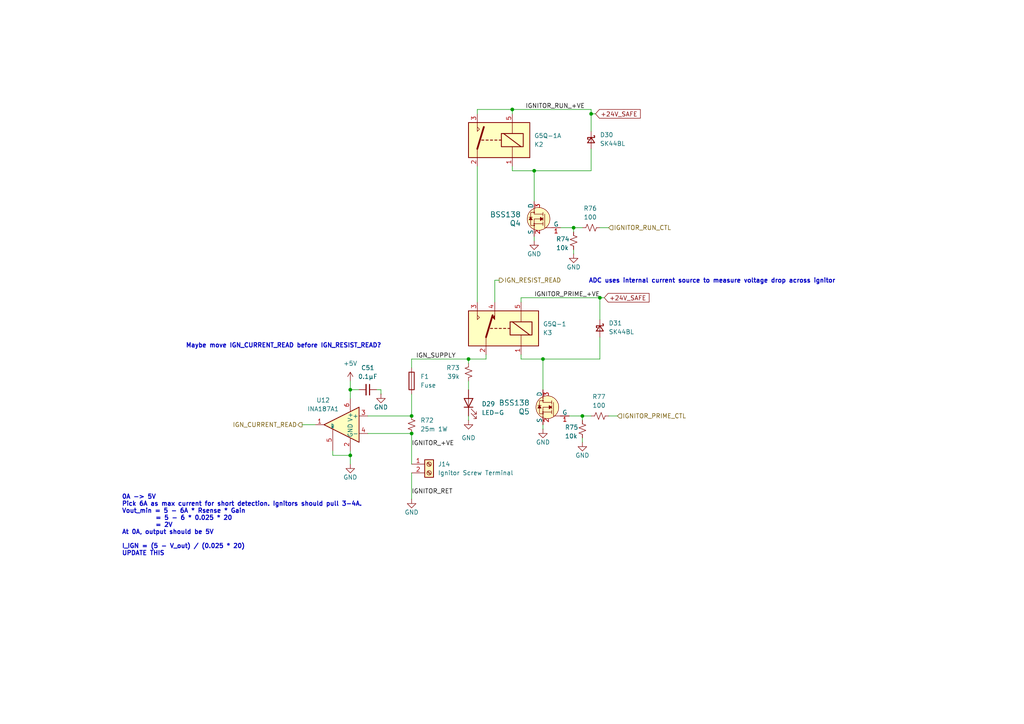
<source format=kicad_sch>
(kicad_sch (version 20250114) (generator "eeschema") (generator_version "9.0")
  (paper "A4")
  (title_block (title "Ignitor Control") (rev "1.0.0") (company "Queen's Rocket Engineering Team"))
  (lib_symbols
    (symbol "Amplifier_Current:INA199xxDCK" (pin_names (offset 0.127))
      (property "Reference" "U8" (at 12.7 6.4202 0))
      (property "Value" "INA187A3" (at 12.7 3.8802 0))
      (symbol "INA199xxDCK_0_1"
        (polyline (pts (xy 5.08 0) (xy -5.08 5.08) (xy -5.08 -5.08) (xy 5.08 0)) (stroke (width 0.254)) (fill (type background)))
      )
      (symbol "INA199xxDCK_1_1"
        (pin input line (at -7.62 2.54 0) (length 2.54) (name "+") (number "3"))
        (pin input line (at -7.62 -2.54 0) (length 2.54) (name "-") (number "4"))
        (pin power_in line (at -2.54 7.62 270) (length 3.81) (name "V+") (number "6"))
        (pin power_in line (at -2.54 -7.62 90) (length 3.81) (name "GND") (number "2"))
        (pin input line (at 2.54 -7.62 90) (length 6.35) (name "REF") (number "5"))
        (pin output line (at 7.62 0 180) (length 2.54) (name "~") (number "1"))
      )
    )
    (symbol "Connector:Screw_Terminal_01x02" (pin_names (offset 1.016) (hide yes))
      (property "Reference" "J" (at 0 2.54 0))
      (property "Value" "Screw_Terminal_01x02" (at 0 -5.08 0))
      (symbol "Screw_Terminal_01x02_1_1"
        (rectangle (start -1.27 1.27) (end 1.27 -3.81) (stroke (width 0.254)) (fill (type background)))
        (polyline (pts (xy -0.5334 0.3302) (xy 0.3302 -0.508)) (stroke (width 0.1524)))
        (polyline (pts (xy -0.5334 -2.2098) (xy 0.3302 -3.048)) (stroke (width 0.1524)))
        (polyline (pts (xy -0.3556 0.508) (xy 0.508 -0.3302)) (stroke (width 0.1524)))
        (polyline (pts (xy -0.3556 -2.032) (xy 0.508 -2.8702)) (stroke (width 0.1524)))
        (circle (center 0 0) (radius 0.635) (stroke (width 0.1524)))
        (circle (center 0 -2.54) (radius 0.635) (stroke (width 0.1524)))
        (pin passive line (at -5.08 0 0) (length 3.81) (name "Pin_1") (number "1"))
        (pin passive line (at -5.08 -2.54 0) (length 3.81) (name "Pin_2") (number "2"))
      )
    )
    (symbol "Device:C_Small" (pin_numbers (hide yes)) (pin_names (offset 0.254) (hide yes))
      (property "Reference" "C" (at 0.254 1.778 0))
      (property "Value" "C_Small" (at 0.254 -2.032 0))
      (symbol "C_Small_0_1"
        (polyline (pts (xy -1.524 0.508) (xy 1.524 0.508)) (stroke (width 0.3048)))
        (polyline (pts (xy -1.524 -0.508) (xy 1.524 -0.508)) (stroke (width 0.3302)))
      )
      (symbol "C_Small_1_1"
        (pin passive line (at 0 2.54 270) (length 2.032) (name "~") (number "1"))
        (pin passive line (at 0 -2.54 90) (length 2.032) (name "~") (number "2"))
      )
    )
    (symbol "Device:D_Schottky_Small" (pin_numbers (hide yes)) (pin_names (offset 0.254) (hide yes))
      (property "Reference" "D" (at -1.27 2.032 0))
      (property "Value" "D_Schottky_Small" (at -7.112 -2.032 0))
      (symbol "D_Schottky_Small_0_1"
        (polyline (pts (xy -1.27 0.762) (xy -1.27 1.016) (xy -0.762 1.016) (xy -0.762 -1.016) (xy -0.254 -1.016) (xy -0.254 -0.762)) (stroke (width 0.254)))
        (polyline (pts (xy -0.762 0) (xy 0.762 0)))
        (polyline (pts (xy 0.762 -1.016) (xy -0.762 0) (xy 0.762 1.016) (xy 0.762 -1.016)) (stroke (width 0.254)))
      )
      (symbol "D_Schottky_Small_1_1"
        (pin passive line (at -2.54 0 0) (length 1.778) (name "K") (number "1"))
        (pin passive line (at 2.54 0 180) (length 1.778) (name "A") (number "2"))
      )
    )
    (symbol "Device:Fuse" (pin_numbers (hide yes)) (pin_names (offset 0))
      (property "Reference" "F" (at 2.032 0 90))
      (property "Value" "Fuse" (at -1.905 0 90))
      (symbol "Fuse_0_1"
        (rectangle (start -0.762 -2.54) (end 0.762 2.54) (stroke (width 0.254)))
        (polyline (pts (xy 0 2.54) (xy 0 -2.54)))
      )
      (symbol "Fuse_1_1"
        (pin passive line (at 0 3.81 270) (length 1.27) (name "~") (number "1"))
        (pin passive line (at 0 -3.81 90) (length 1.27) (name "~") (number "2"))
      )
    )
    (symbol "Device:LED" (pin_numbers (hide yes)) (pin_names (offset 1.016) (hide yes))
      (property "Reference" "D" (at 0 2.54 0))
      (property "Value" "LED" (at 0 -2.54 0))
      (symbol "LED_0_1"
        (polyline (pts (xy -3.048 -0.762) (xy -4.572 -2.286) (xy -3.81 -2.286) (xy -4.572 -2.286) (xy -4.572 -1.524)))
        (polyline (pts (xy -1.778 -0.762) (xy -3.302 -2.286) (xy -2.54 -2.286) (xy -3.302 -2.286) (xy -3.302 -1.524)))
        (polyline (pts (xy -1.27 0) (xy 1.27 0)))
        (polyline (pts (xy -1.27 -1.27) (xy -1.27 1.27)) (stroke (width 0.254)))
        (polyline (pts (xy 1.27 -1.27) (xy 1.27 1.27) (xy -1.27 0) (xy 1.27 -1.27)) (stroke (width 0.254)))
      )
      (symbol "LED_1_1"
        (pin passive line (at -3.81 0 0) (length 2.54) (name "K") (number "1"))
        (pin passive line (at 3.81 0 180) (length 2.54) (name "A") (number "2"))
      )
    )
    (symbol "Device:R_Small_US" (pin_numbers (hide yes)) (pin_names (offset 0.254) (hide yes))
      (property "Reference" "R" (at 0.762 0.508 0))
      (property "Value" "R_Small_US" (at 0.762 -1.016 0))
      (symbol "R_Small_US_1_1"
        (polyline (pts (xy 0 1.524) (xy 1.016 1.143) (xy 0 0.762) (xy -1.016 0.381) (xy 0 0)))
        (polyline (pts (xy 0 0) (xy 1.016 -0.381) (xy 0 -0.762) (xy -1.016 -1.143) (xy 0 -1.524)))
        (pin passive line (at 0 2.54 270) (length 1.016) (name "~") (number "1"))
        (pin passive line (at 0 -2.54 90) (length 1.016) (name "~") (number "2"))
      )
    )
    (symbol "Relay:G5Q-1"
      (property "Reference" "K" (at 11.43 3.81 0))
      (property "Value" "G5Q-1" (at 11.43 1.27 0))
      (symbol "G5Q-1_0_0"
        (polyline (pts (xy 7.62 5.08) (xy 7.62 2.54) (xy 6.985 3.175) (xy 7.62 3.81)))
      )
      (symbol "G5Q-1_0_1"
        (rectangle (start -10.16 5.08) (end 10.16 -5.08) (stroke (width 0.254)) (fill (type background)))
        (rectangle (start -8.255 1.905) (end -1.905 -1.905) (stroke (width 0.254)))
        (polyline (pts (xy -7.62 -1.905) (xy -2.54 1.905)) (stroke (width 0.254)))
        (polyline (pts (xy -5.08 5.08) (xy -5.08 1.905)))
        (polyline (pts (xy -5.08 -5.08) (xy -5.08 -1.905)))
        (polyline (pts (xy -1.905 0) (xy -1.27 0)) (stroke (width 0.254)))
        (polyline (pts (xy -0.635 0) (xy 0 0)) (stroke (width 0.254)))
        (polyline (pts (xy 0.635 0) (xy 1.27 0)) (stroke (width 0.254)))
        (polyline (pts (xy 1.905 0) (xy 2.54 0)) (stroke (width 0.254)))
        (polyline (pts (xy 2.54 5.08) (xy 2.54 2.54) (xy 3.175 3.175) (xy 2.54 3.81)) (fill (type outline)))
        (polyline (pts (xy 3.175 0) (xy 3.81 0)) (stroke (width 0.254)))
        (polyline (pts (xy 5.08 -2.54) (xy 3.175 3.81)) (stroke (width 0.508)))
        (polyline (pts (xy 5.08 -2.54) (xy 5.08 -5.08)))
      )
      (symbol "G5Q-1_1_1"
        (pin passive line (at -5.08 7.62 270) (length 2.54) (name "~") (number "5"))
        (pin passive line (at -5.08 -7.62 90) (length 2.54) (name "~") (number "1"))
        (pin passive line (at 2.54 7.62 270) (length 2.54) (name "~") (number "4"))
        (pin passive line (at 5.08 -7.62 90) (length 2.54) (name "~") (number "2"))
        (pin passive line (at 7.62 7.62 270) (length 2.54) (name "~") (number "3"))
      )
    )
    (symbol "Relay:G5Q-1A"
      (property "Reference" "K" (at 8.89 3.81 0))
      (property "Value" "G5Q-1A" (at 8.89 1.27 0))
      (symbol "G5Q-1A_0_0"
        (polyline (pts (xy 5.08 5.08) (xy 5.08 2.54) (xy 4.445 3.175) (xy 5.08 3.81)))
      )
      (symbol "G5Q-1A_0_1"
        (rectangle (start -10.16 5.08) (end 7.62 -5.08) (stroke (width 0.254)) (fill (type background)))
        (rectangle (start -8.255 1.905) (end -1.905 -1.905) (stroke (width 0.254)))
        (polyline (pts (xy -7.62 -1.905) (xy -2.54 1.905)) (stroke (width 0.254)))
        (polyline (pts (xy -5.08 5.08) (xy -5.08 1.905)))
        (polyline (pts (xy -5.08 -5.08) (xy -5.08 -1.905)))
        (polyline (pts (xy -1.905 0) (xy -1.27 0)) (stroke (width 0.254)))
        (polyline (pts (xy -0.635 0) (xy 0 0)) (stroke (width 0.254)))
        (polyline (pts (xy 0.635 0) (xy 1.27 0)) (stroke (width 0.254)))
        (polyline (pts (xy 1.905 0) (xy 2.54 0)) (stroke (width 0.254)))
        (polyline (pts (xy 3.175 0) (xy 3.81 0)) (stroke (width 0.254)))
        (polyline (pts (xy 5.08 -2.54) (xy 3.175 3.81)) (stroke (width 0.508)))
        (polyline (pts (xy 5.08 -2.54) (xy 5.08 -5.08)))
      )
      (symbol "G5Q-1A_1_1"
        (pin passive line (at -5.08 7.62 270) (length 2.54) (name "~") (number "5"))
        (pin passive line (at -5.08 -7.62 90) (length 2.54) (name "~") (number "1"))
        (pin passive line (at 5.08 7.62 270) (length 2.54) (name "~") (number "3"))
        (pin passive line (at 5.08 -7.62 90) (length 2.54) (name "~") (number "2"))
      )
    )
    (symbol "dk_Transistors-FETs-MOSFETs-Single:BSS138" (pin_names (offset 0))
      (property "Reference" "Q" (at -2.6924 3.6322 0))
      (property "Value" "BSS138" (at 3.4544 0 90))
      (symbol "BSS138_0_1"
        (polyline (pts (xy -5.08 -2.54) (xy -3.048 -2.54) (xy -3.048 1.397)))
        (circle (center -1.27 0) (radius 3.302) (fill (type background)))
        (polyline (pts (xy -0.127 -1.905) (xy 1.016 -1.905) (xy 1.016 1.397) (xy 1.016 1.905) (xy -0.127 1.905)))
        (polyline (pts (xy 0 2.54) (xy 0 1.397) (xy -2.54 1.397)))
        (circle (center 0 1.905) (radius 0.127))
        (polyline (pts (xy 0 -1.397) (xy -2.54 -1.397)))
        (circle (center 0 -1.397) (radius 0.127))
        (circle (center 0 -1.905) (radius 0.127))
        (polyline (pts (xy 0 -2.54) (xy 0 0) (xy -2.54 0)))
      )
      (symbol "BSS138_1_1"
        (polyline (pts (xy -2.54 1.905) (xy -2.54 0.889)))
        (polyline (pts (xy -2.54 0) (xy -2.54 0.508)))
        (polyline (pts (xy -2.54 0) (xy -2.54 -0.508)))
        (polyline (pts (xy -2.54 0) (xy -1.778 0.508) (xy -1.778 -0.508) (xy -2.54 0)) (fill (type outline)))
        (polyline (pts (xy -2.54 -1.397) (xy -2.54 -0.889)))
        (polyline (pts (xy -2.54 -1.397) (xy -2.54 -1.905)))
        (polyline (pts (xy 1.016 0.508) (xy 0.508 -0.254) (xy 1.524 -0.254) (xy 1.016 0.508)) (fill (type outline)))
        (polyline (pts (xy 1.524 0.508) (xy 0.508 0.508)))
        (pin bidirectional line (at -7.62 -2.54 0) (length 2.54) (name "G") (number "1"))
        (pin bidirectional line (at 0 5.08 270) (length 2.54) (name "D") (number "3"))
        (pin bidirectional line (at 0 -5.08 90) (length 2.54) (name "S") (number "2"))
      )
    )
    (symbol "power:+5V" (power) (pin_numbers (hide yes)) (pin_names (offset 0) (hide yes))
      (property "Value" "+5V" (at 0 3.556 0))
      (symbol "+5V_0_1"
        (polyline (pts (xy -0.762 1.27) (xy 0 2.54)))
        (polyline (pts (xy 0 2.54) (xy 0.762 1.27)))
        (polyline (pts (xy 0 0) (xy 0 2.54)))
      )
      (symbol "+5V_1_1"
        (pin power_in line (at 0 0 90) (length 0) (name "~") (number "1"))
      )
    )
    (symbol "power:GND" (power) (pin_numbers (hide yes)) (pin_names (offset 0) (hide yes))
      (property "Value" "GND" (at 0 -3.81 0))
      (symbol "GND_0_1"
        (polyline (pts (xy 0 0) (xy 0 -1.27) (xy 1.27 -1.27) (xy 0 -2.54) (xy -1.27 -1.27) (xy 0 -1.27)))
      )
      (symbol "GND_1_1"
        (pin power_in line (at 0 0 270) (length 0) (name "~") (number "1"))
      )
    )
  )
  (text "0A -> 5V\nPick 6A as max current for short detection. Ignitors should pull 3-4A.\nVout_min = 5 - 6A * Rsense * Gain\n          = 5 - 6 * 0.025 * 20\n          = 2V\nAt 0A, output should be 5V\n\nI_IGN = (5 - V_out) / (0.025 * 20)\nUPDATE THIS" (at 35.306 152.4 0) (effects (font (size 1.27 1.27) (thickness 0.254) (bold yes)) (justify left)))
  (text "Maybe move IGN_CURRENT_READ before IGN_RESIST_READ?" (at 53.848 100.33 0) (effects (font (size 1.27 1.27) (thickness 0.254) (bold yes)) (justify left)))
  (text "ADC uses internal current source to measure voltage drop across ignitor" (at 170.688 81.534 0) (effects (font (size 1.27 1.27) (thickness 0.254) (bold yes)) (justify left)))
  (junction (at 157.48 104.14))
  (junction (at 171.45 33.02))
  (junction (at 168.91 120.65))
  (junction (at 135.89 104.14))
  (junction (at 101.6 132.08))
  (junction (at 173.99 86.36))
  (junction (at 166.37 66.04))
  (junction (at 119.38 125.73))
  (junction (at 148.59 31.75))
  (junction (at 119.38 120.65))
  (junction (at 101.6 113.03))
  (junction (at 154.94 49.53))
  (wire (pts (xy 154.94 49.53) (xy 154.94 58.42)))
  (wire (pts (xy 171.45 33.02) (xy 171.45 38.1)))
  (wire (pts (xy 96.52 132.08) (xy 101.6 132.08)))
  (wire (pts (xy 101.6 113.03) (xy 101.6 115.57)))
  (wire (pts (xy 173.99 66.04) (xy 176.53 66.04)))
  (wire (pts (xy 148.59 49.53) (xy 154.94 49.53)))
  (wire (pts (xy 168.91 120.65) (xy 171.45 120.65)))
  (wire (pts (xy 157.48 123.19) (xy 157.48 124.46)))
  (wire (pts (xy 140.97 104.14) (xy 140.97 102.87)))
  (wire (pts (xy 96.52 132.08) (xy 96.52 130.81)))
  (wire (pts (xy 119.38 104.14) (xy 135.89 104.14)))
  (wire (pts (xy 104.14 113.03) (xy 101.6 113.03)))
  (wire (pts (xy 109.22 113.03) (xy 110.49 113.03)))
  (wire (pts (xy 166.37 66.04) (xy 166.37 67.31)))
  (wire (pts (xy 106.68 120.65) (xy 119.38 120.65)))
  (wire (pts (xy 119.38 125.73) (xy 119.38 134.62)))
  (wire (pts (xy 119.38 114.3) (xy 119.38 120.65)))
  (wire (pts (xy 166.37 73.66) (xy 166.37 72.39)))
  (wire (pts (xy 172.72 33.02) (xy 171.45 33.02)))
  (wire (pts (xy 157.48 104.14) (xy 173.99 104.14)))
  (wire (pts (xy 148.59 49.53) (xy 148.59 48.26)))
  (wire (pts (xy 101.6 110.49) (xy 101.6 113.03)))
  (wire (pts (xy 110.49 113.03) (xy 110.49 114.3)))
  (wire (pts (xy 173.99 97.79) (xy 173.99 104.14)))
  (wire (pts (xy 87.63 123.19) (xy 91.44 123.19)))
  (wire (pts (xy 151.13 104.14) (xy 151.13 102.87)))
  (wire (pts (xy 171.45 31.75) (xy 171.45 33.02)))
  (wire (pts (xy 119.38 106.68) (xy 119.38 104.14)))
  (wire (pts (xy 173.99 86.36) (xy 173.99 92.71)))
  (wire (pts (xy 135.89 110.49) (xy 135.89 113.03)))
  (wire (pts (xy 138.43 33.02) (xy 138.43 31.75)))
  (wire (pts (xy 144.78 81.28) (xy 143.51 81.28)))
  (wire (pts (xy 168.91 120.65) (xy 168.91 121.92)))
  (wire (pts (xy 176.53 120.65) (xy 179.07 120.65)))
  (wire (pts (xy 148.59 31.75) (xy 171.45 31.75)))
  (wire (pts (xy 151.13 86.36) (xy 151.13 87.63)))
  (wire (pts (xy 154.94 49.53) (xy 171.45 49.53)))
  (wire (pts (xy 151.13 86.36) (xy 173.99 86.36)))
  (wire (pts (xy 138.43 31.75) (xy 148.59 31.75)))
  (wire (pts (xy 106.68 125.73) (xy 119.38 125.73)))
  (wire (pts (xy 135.89 120.65) (xy 135.89 121.92)))
  (wire (pts (xy 135.89 104.14) (xy 140.97 104.14)))
  (wire (pts (xy 119.38 137.16) (xy 119.38 144.78)))
  (wire (pts (xy 171.45 43.18) (xy 171.45 49.53)))
  (wire (pts (xy 157.48 104.14) (xy 157.48 113.03)))
  (wire (pts (xy 101.6 130.81) (xy 101.6 132.08)))
  (wire (pts (xy 135.89 104.14) (xy 135.89 105.41)))
  (wire (pts (xy 138.43 48.26) (xy 138.43 87.63)))
  (wire (pts (xy 165.1 120.65) (xy 168.91 120.65)))
  (wire (pts (xy 166.37 66.04) (xy 168.91 66.04)))
  (wire (pts (xy 175.26 86.36) (xy 173.99 86.36)))
  (wire (pts (xy 151.13 104.14) (xy 157.48 104.14)))
  (wire (pts (xy 168.91 128.27) (xy 168.91 127)))
  (wire (pts (xy 148.59 31.75) (xy 148.59 33.02)))
  (wire (pts (xy 101.6 132.08) (xy 101.6 134.62)))
  (wire (pts (xy 143.51 81.28) (xy 143.51 87.63)))
  (wire (pts (xy 154.94 68.58) (xy 154.94 69.85)))
  (wire (pts (xy 162.56 66.04) (xy 166.37 66.04)))
  (label "IGNITOR_PRIME_+VE" (at 154.94 86.36 0))
  (label "IGNITOR_+VE" (at 119.38 129.54 0))
  (label "IGN_SUPPLY" (at 120.65 104.14 0))
  (label "IGNITOR_RUN_+VE" (at 152.4 31.75 0))
  (label "IGNITOR_RET" (at 119.38 143.51 0))
  (global_label "+24V_SAFE" (shape input) (at 175.26 86.36 0) (property "Intersheetrefs" "${INTERSHEET_REFS}" (effects (hide yes))))
  (global_label "+24V_SAFE" (shape input) (at 172.72 33.02 0) (property "Intersheetrefs" "${INTERSHEET_REFS}" (effects (hide yes))))
  (hierarchical_label "IGN_CURRENT_READ" (shape output) (at 87.63 123.19 180))
  (hierarchical_label "IGNITOR_PRIME_CTL" (shape input) (at 179.07 120.65 0))
  (hierarchical_label "IGNITOR_RUN_CTL" (shape input) (at 176.53 66.04 0))
  (hierarchical_label "IGN_RESIST_READ" (shape output) (at 144.78 81.28 0))
  (symbol (lib_id "Device:LED") (at 135.89 116.84 90) (unit 1)
    (property "Reference" "D29" (at 139.7 117.1574 90) (effects (justify right)))
    (property "Value" "LED-G" (at 139.7 119.6974 90) (effects (justify right)))
    (property "Footprint" "LED_SMD:LED_0805_2012Metric" (effects (hide yes)))
    (property "Description" "Light emitting diode" (effects (hide yes)))
    (property "Sim.Pins" "1=K 2=A" (effects (hide yes)))
    (property "LCSC" "C2297" (effects (hide yes)))
  )
  (symbol (lib_id "power:+5V") (at 101.6 110.49 0) (unit 1)
    (property "Reference" "#PWR0161" (effects (hide yes)))
    (property "Value" "+5V" (at 101.6 105.41 0))
    (property "Description" "Power symbol creates a global label with name \"+5V\"" (effects (hide yes)))
  )
  (symbol (lib_id "Relay:G5Q-1A") (at 143.51 40.64 0) (mirror y) (unit 1)
    (property "Reference" "K2" (at 154.94 41.9101 0) (effects (justify right)))
    (property "Value" "G5Q-1A" (at 154.94 39.3701 0) (effects (justify right)))
    (property "Footprint" "Relay_THT:Relay_SPST_Omron-G5Q-1A" (effects (hide yes)))
    (property "Datasheet" "https://www.omron.com/ecb/products/pdf/en-g5q.pdf" (effects (hide yes)))
    (property "Description" "Omron G5Q relay, Miniature Single Pole, SPST-NO, 10A" (effects (hide yes)))
  )
  (symbol (lib_id "Device:R_Small_US") (at 119.38 123.19 0) (unit 1)
    (property "Reference" "R72" (at 121.92 121.9199 0) (effects (justify left)))
    (property "Value" "25m 1W" (at 121.92 124.4599 0) (effects (justify left)))
    (property "Footprint" "Resistor_SMD:R_1206_3216Metric" (effects (hide yes)))
    (property "Description" "Sense resistor for 6A max ignitor current. Anything over 4A likely a short." (effects (hide yes)))
    (property "LCSC" "C723507" (effects (hide yes)))
  )
  (symbol (lib_id "Device:R_Small_US") (at 171.45 66.04 90) (unit 1)
    (property "Reference" "R76" (at 171.196 60.452 90))
    (property "Value" "100" (at 171.196 62.992 90))
    (property "Footprint" "Resistor_SMD:R_0402_1005Metric" (effects (hide yes)))
    (property "Description" "Resistor, small US symbol" (effects (hide yes)))
    (property "MPN" "0402WGF1000TCE" (effects (hide yes)))
    (property "LCSC" "C25076" (effects (hide yes)))
  )
  (symbol (lib_id "power:GND") (at 166.37 73.66 0) (unit 1)
    (property "Reference" "#PWR0168" (effects (hide yes)))
    (property "Value" "GND" (at 166.37 77.47 0))
    (property "Description" "Power symbol creates a global label with name \"GND\" , ground" (effects (hide yes)))
  )
  (symbol (lib_id "power:GND") (at 135.89 121.92 0) (unit 1)
    (property "Reference" "#PWR0165" (effects (hide yes)))
    (property "Value" "GND" (at 135.89 127 0))
    (property "Description" "Power symbol creates a global label with name \"GND\" , ground" (effects (hide yes)))
  )
  (symbol (lib_id "power:GND") (at 154.94 69.85 0) (unit 1)
    (property "Reference" "#PWR0166" (effects (hide yes)))
    (property "Value" "GND" (at 154.94 73.66 0))
    (property "Description" "Power symbol creates a global label with name \"GND\" , ground" (effects (hide yes)))
  )
  (symbol (lib_id "power:GND") (at 101.6 134.62 0) (unit 1)
    (property "Reference" "#PWR0162" (effects (hide yes)))
    (property "Value" "GND" (at 101.6 138.43 0))
    (property "Description" "Power symbol creates a global label with name \"GND\" , ground" (effects (hide yes)))
  )
  (symbol (lib_id "power:GND") (at 119.38 144.78 0) (unit 1)
    (property "Reference" "#PWR0164" (effects (hide yes)))
    (property "Value" "GND" (at 119.38 148.59 0))
    (property "Description" "Power symbol creates a global label with name \"GND\" , ground" (effects (hide yes)))
  )
  (symbol (lib_id "Device:R_Small_US") (at 166.37 69.85 0) (unit 1)
    (property "Reference" "R74" (at 161.29 69.342 0) (effects (justify left)))
    (property "Value" "10k" (at 161.29 71.882 0) (effects (justify left)))
    (property "Footprint" "Resistor_SMD:R_0402_1005Metric" (effects (hide yes)))
    (property "Description" "Resistor, small US symbol" (effects (hide yes)))
    (property "LCSC" "C25531" (effects (hide yes)))
    (property "MPN" "0402WGJ0103TCE" (effects (hide yes)))
  )
  (symbol (lib_id "Device:Fuse") (at 119.38 110.49 0) (unit 1)
    (property "Reference" "F1" (at 121.92 109.2199 0) (effects (justify left)))
    (property "Value" "Fuse" (at 121.92 111.7599 0) (effects (justify left)))
    (property "Footprint" "Fuse:Fuseholder_Blade_Mini_Keystone_3568" (effects (hide yes)))
    (property "Description" "Fuse" (effects (hide yes)))
  )
  (symbol (lib_id "dk_Transistors-FETs-MOSFETs-Single:BSS138") (at 154.94 63.5 0) (mirror y) (unit 1)
    (property "Reference" "Q4" (at 151.13 64.7701 0) (effects (font (size 1.524 1.524)) (justify left)))
    (property "Value" "BSS138" (at 151.13 62.2301 0) (effects (font (size 1.524 1.524)) (justify left)))
    (property "Footprint" "Package_TO_SOT_SMD:SOT-23-3" (effects (hide yes)))
    (property "Datasheet" "https://www.onsemi.com/pub/Collateral/BSS138-D.PDF" (effects (hide yes)))
    (property "Description" "MOSFET N-CH 50V 220MA SOT-23" (effects (hide yes)))
    (property "MPN" "BSS138" (effects (hide yes)))
    (property "LCSC" "C8490" (effects (hide yes)))
    (property "Category" "Discrete Semiconductor Products" (effects (hide yes)))
    (property "Family" "Transistors - FETs, MOSFETs - Single" (effects (hide yes)))
    (property "DK_Datasheet_Link" "https://www.onsemi.com/pub/Collateral/BSS138-D.PDF" (effects (hide yes)))
    (property "DK_Detail_Page" "/product-detail/en/on-semiconductor/BSS138/BSS138CT-ND/244294" (effects (hide yes)))
    (property "Description_1" "MOSFET N-CH 50V 220MA SOT-23" (effects (hide yes)))
    (property "Manufacturer" "ON Semiconductor" (effects (hide yes)))
    (property "Status" "Active" (effects (hide yes)))
  )
  (symbol (lib_id "Amplifier_Current:INA199xxDCK") (at 99.06 123.19 0) (mirror y) (unit 1)
    (property "Reference" "U12" (at 93.726 116.078 0))
    (property "Value" "INA187A1" (at 93.726 118.618 0))
    (property "Footprint" "Package_TO_SOT_SMD:SOT-23-6" (effects (hide yes)))
    (property "Datasheet" "http://www.ti.com/lit/ds/symlink/ina199.pdf" (effects (hide yes)))
    (property "Description" "-2V to 40V, bidirectional 650 kHz precise current-sense amplifier" (effects (hide yes)))
    (property "LCSC" "C49262296" (effects (hide yes)))
  )
  (symbol (lib_id "power:GND") (at 157.48 124.46 0) (unit 1)
    (property "Reference" "#PWR0167" (effects (hide yes)))
    (property "Value" "GND" (at 157.48 128.27 0))
    (property "Description" "Power symbol creates a global label with name \"GND\" , ground" (effects (hide yes)))
  )
  (symbol (lib_id "dk_Transistors-FETs-MOSFETs-Single:BSS138") (at 157.48 118.11 0) (mirror y) (unit 1)
    (property "Reference" "Q5" (at 153.67 119.3801 0) (effects (font (size 1.524 1.524)) (justify left)))
    (property "Value" "BSS138" (at 153.67 116.8401 0) (effects (font (size 1.524 1.524)) (justify left)))
    (property "Footprint" "Package_TO_SOT_SMD:SOT-23-3" (effects (hide yes)))
    (property "Datasheet" "https://www.onsemi.com/pub/Collateral/BSS138-D.PDF" (effects (hide yes)))
    (property "Description" "MOSFET N-CH 50V 220MA SOT-23" (effects (hide yes)))
    (property "MPN" "BSS138" (effects (hide yes)))
    (property "LCSC" "C8490" (effects (hide yes)))
    (property "Category" "Discrete Semiconductor Products" (effects (hide yes)))
    (property "Family" "Transistors - FETs, MOSFETs - Single" (effects (hide yes)))
    (property "DK_Datasheet_Link" "https://www.onsemi.com/pub/Collateral/BSS138-D.PDF" (effects (hide yes)))
    (property "DK_Detail_Page" "/product-detail/en/on-semiconductor/BSS138/BSS138CT-ND/244294" (effects (hide yes)))
    (property "Description_1" "MOSFET N-CH 50V 220MA SOT-23" (effects (hide yes)))
    (property "Manufacturer" "ON Semiconductor" (effects (hide yes)))
    (property "Status" "Active" (effects (hide yes)))
  )
  (symbol (lib_id "Connector:Screw_Terminal_01x02") (at 124.46 134.62 0) (unit 1) (in_bom no)
    (property "Reference" "J14" (at 127 134.6199 0) (effects (justify left)))
    (property "Value" "Ignitor Screw Terminal" (at 127 137.1599 0) (effects (justify left)))
    (property "Footprint" "TerminalBlock_4Ucon:TerminalBlock_4Ucon_1x02_P3.50mm_Vertical" (effects (hide yes)))
    (property "Description" "Generic screw terminal, single row, 01x02, script generated (kicad-library-utils/schlib/autogen/connector/)" (effects (hide yes)))
    (property "Digikey Link" "https://www.digikey.ca/en/products/detail/on-shore-technology-inc/OSTTE020104/2351816" (effects (hide yes)))
    (property "Digikey PN" "ED2740-ND" (effects (hide yes)))
    (property "MPN" "OSTTE020104" (effects (hide yes)))
  )
  (symbol (lib_id "Device:R_Small_US") (at 168.91 124.46 0) (unit 1)
    (property "Reference" "R75" (at 163.83 123.952 0) (effects (justify left)))
    (property "Value" "10k" (at 163.83 126.492 0) (effects (justify left)))
    (property "Footprint" "Resistor_SMD:R_0402_1005Metric" (effects (hide yes)))
    (property "Description" "Resistor, small US symbol" (effects (hide yes)))
    (property "LCSC" "C25531" (effects (hide yes)))
    (property "MPN" "0402WGJ0103TCE" (effects (hide yes)))
  )
  (symbol (lib_id "Device:D_Schottky_Small") (at 171.45 40.64 270) (unit 1)
    (property "Reference" "D30" (at 173.99 39.1159 90) (effects (justify left)))
    (property "Value" "SK44BL" (at 173.99 41.6559 90) (effects (justify left)))
    (property "Footprint" "Diode_SMD:D_SMB" (effects (hide yes)))
    (property "Description" "Schottky diode, small symbol" (effects (hide yes)))
    (property "MPN" "SK44BL-TP" (effects (hide yes)))
    (property "LCSC" "C151740" (effects (hide yes)))
  )
  (symbol (lib_id "Device:D_Schottky_Small") (at 173.99 95.25 270) (unit 1)
    (property "Reference" "D31" (at 176.53 93.7259 90) (effects (justify left)))
    (property "Value" "SK44BL" (at 176.53 96.2659 90) (effects (justify left)))
    (property "Footprint" "Diode_SMD:D_SMB" (effects (hide yes)))
    (property "Description" "Schottky diode, small symbol" (effects (hide yes)))
    (property "MPN" "SK44BL-TP" (effects (hide yes)))
    (property "LCSC" "C151740" (effects (hide yes)))
  )
  (symbol (lib_id "power:GND") (at 110.49 114.3 0) (mirror y) (unit 1)
    (property "Reference" "#PWR0163" (effects (hide yes)))
    (property "Value" "GND" (at 110.49 118.11 0))
    (property "Description" "Power symbol creates a global label with name \"GND\" , ground" (effects (hide yes)))
  )
  (symbol (lib_id "Relay:G5Q-1") (at 146.05 95.25 0) (mirror y) (unit 1)
    (property "Reference" "K3" (at 157.48 96.5201 0) (effects (justify right)))
    (property "Value" "G5Q-1" (at 157.48 93.9801 0) (effects (justify right)))
    (property "Footprint" "Relay_THT:Relay_SPDT_Omron-G5Q-1" (effects (hide yes)))
    (property "Datasheet" "https://www.omron.com/ecb/products/pdf/en-g5q.pdf" (effects (hide yes)))
    (property "Description" "Omron G5G relay, Miniature Single Pole, SPDT, 10A" (effects (hide yes)))
  )
  (symbol (lib_id "power:GND") (at 168.91 128.27 0) (unit 1)
    (property "Reference" "#PWR0169" (effects (hide yes)))
    (property "Value" "GND" (at 168.91 132.08 0))
    (property "Description" "Power symbol creates a global label with name \"GND\" , ground" (effects (hide yes)))
  )
  (symbol (lib_id "Device:C_Small") (at 106.68 113.03 270) (mirror x) (unit 1)
    (property "Reference" "C51" (at 106.6737 106.68 90))
    (property "Value" "0.1μF" (at 106.6737 109.22 90))
    (property "Footprint" "Capacitor_SMD:C_0402_1005Metric" (effects (hide yes)))
    (property "Description" "Unpolarized capacitor, small symbol" (effects (hide yes)))
    (property "MPN" "CL05B104KO5NNNC" (effects (hide yes)))
    (property "LCSC" "C1525" (effects (hide yes)))
  )
  (symbol (lib_id "Device:R_Small_US") (at 135.89 107.95 0) (mirror x) (unit 1)
    (property "Reference" "R73" (at 133.35 106.6799 0) (effects (justify right)))
    (property "Value" "39k" (at 133.35 109.2199 0) (effects (justify right)))
    (property "Footprint" "Resistor_SMD:R_0402_1005Metric" (effects (hide yes)))
    (property "Description" "Resistor, small US symbol" (effects (hide yes)))
  )
  (symbol (lib_id "Device:R_Small_US") (at 173.99 120.65 90) (unit 1)
    (property "Reference" "R77" (at 173.736 115.062 90))
    (property "Value" "100" (at 173.736 117.602 90))
    (property "Footprint" "Resistor_SMD:R_0402_1005Metric" (effects (hide yes)))
    (property "Description" "Resistor, small US symbol" (effects (hide yes)))
    (property "MPN" "0402WGF1000TCE" (effects (hide yes)))
    (property "LCSC" "C25076" (effects (hide yes)))
  )
)
</source>
